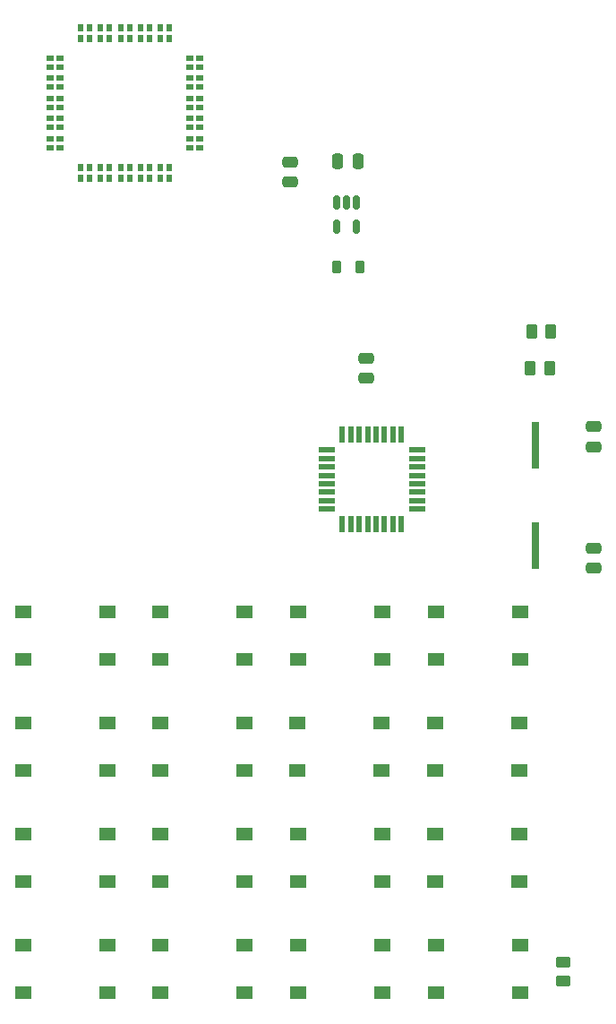
<source format=gtp>
%TF.GenerationSoftware,KiCad,Pcbnew,8.0.0*%
%TF.CreationDate,2024-03-05T15:49:07-06:00*%
%TF.ProjectId,handheld_tracker,68616e64-6865-46c6-945f-747261636b65,rev?*%
%TF.SameCoordinates,Original*%
%TF.FileFunction,Paste,Top*%
%TF.FilePolarity,Positive*%
%FSLAX46Y46*%
G04 Gerber Fmt 4.6, Leading zero omitted, Abs format (unit mm)*
G04 Created by KiCad (PCBNEW 8.0.0) date 2024-03-05 15:49:07*
%MOMM*%
%LPD*%
G01*
G04 APERTURE LIST*
G04 Aperture macros list*
%AMRoundRect*
0 Rectangle with rounded corners*
0 $1 Rounding radius*
0 $2 $3 $4 $5 $6 $7 $8 $9 X,Y pos of 4 corners*
0 Add a 4 corners polygon primitive as box body*
4,1,4,$2,$3,$4,$5,$6,$7,$8,$9,$2,$3,0*
0 Add four circle primitives for the rounded corners*
1,1,$1+$1,$2,$3*
1,1,$1+$1,$4,$5*
1,1,$1+$1,$6,$7*
1,1,$1+$1,$8,$9*
0 Add four rect primitives between the rounded corners*
20,1,$1+$1,$2,$3,$4,$5,0*
20,1,$1+$1,$4,$5,$6,$7,0*
20,1,$1+$1,$6,$7,$8,$9,0*
20,1,$1+$1,$8,$9,$2,$3,0*%
G04 Aperture macros list end*
%ADD10R,1.550000X1.300000*%
%ADD11RoundRect,0.250000X0.250000X0.475000X-0.250000X0.475000X-0.250000X-0.475000X0.250000X-0.475000X0*%
%ADD12R,0.720000X0.580000*%
%ADD13R,0.580000X0.720000*%
%ADD14RoundRect,0.250000X-0.475000X0.250000X-0.475000X-0.250000X0.475000X-0.250000X0.475000X0.250000X0*%
%ADD15R,0.550000X1.600000*%
%ADD16R,1.600000X0.550000*%
%ADD17RoundRect,0.250000X0.475000X-0.250000X0.475000X0.250000X-0.475000X0.250000X-0.475000X-0.250000X0*%
%ADD18RoundRect,0.150000X-0.150000X0.512500X-0.150000X-0.512500X0.150000X-0.512500X0.150000X0.512500X0*%
%ADD19RoundRect,0.250000X-0.262500X-0.450000X0.262500X-0.450000X0.262500X0.450000X-0.262500X0.450000X0*%
%ADD20R,0.762000X4.419600*%
%ADD21RoundRect,0.218750X0.218750X0.381250X-0.218750X0.381250X-0.218750X-0.381250X0.218750X-0.381250X0*%
%ADD22RoundRect,0.250000X-0.450000X0.262500X-0.450000X-0.262500X0.450000X-0.262500X0.450000X0.262500X0*%
G04 APERTURE END LIST*
D10*
%TO.C,SW8*%
X126960000Y-126000000D03*
X134920000Y-126000000D03*
X126960000Y-130500000D03*
X134920000Y-130500000D03*
%TD*%
D11*
%TO.C,C4*%
X145675000Y-62450000D03*
X143775000Y-62450000D03*
%TD*%
D12*
%TO.C,U1*%
X130750000Y-61125000D03*
X130750000Y-60275000D03*
X130750000Y-59225000D03*
X130750000Y-58375000D03*
X130750000Y-57325000D03*
X130750000Y-56475000D03*
X130750000Y-55425000D03*
X130750000Y-54575000D03*
X130750000Y-53525000D03*
X130750000Y-52675000D03*
X129750000Y-61125000D03*
X129750000Y-60275000D03*
X129750000Y-59225000D03*
X129750000Y-58375000D03*
X129750000Y-57325000D03*
X129750000Y-56475000D03*
X129750000Y-55425000D03*
X129750000Y-54575000D03*
X129750000Y-53525000D03*
X129750000Y-52675000D03*
D13*
X127875000Y-64000000D03*
X127875000Y-63000000D03*
X127875000Y-50800000D03*
X127875000Y-49800000D03*
X127025000Y-64000000D03*
X127025000Y-63000000D03*
X127025000Y-50800000D03*
X127025000Y-49800000D03*
X125975000Y-64000000D03*
X125975000Y-63000000D03*
X125975000Y-50800000D03*
X125975000Y-49800000D03*
X125125000Y-64000000D03*
X125125000Y-63000000D03*
X125125000Y-50800000D03*
X125125000Y-49800000D03*
X124075000Y-64000000D03*
X124075000Y-63000000D03*
X124075000Y-50800000D03*
X124075000Y-49800000D03*
X123225000Y-64000000D03*
X123225000Y-63000000D03*
X123225000Y-50800000D03*
X123225000Y-49800000D03*
X122175000Y-64000000D03*
X122175000Y-63000000D03*
X122175000Y-50800000D03*
X122175000Y-49800000D03*
X121325000Y-64000000D03*
X121325000Y-63000000D03*
X121325000Y-50800000D03*
X121325000Y-49800000D03*
X120275000Y-64000000D03*
X120275000Y-63000000D03*
X120275000Y-50800000D03*
X120275000Y-49800000D03*
X119425000Y-64000000D03*
X119425000Y-63000000D03*
X119425000Y-50800000D03*
X119425000Y-49800000D03*
D12*
X117550000Y-61125000D03*
X117550000Y-60275000D03*
X117550000Y-59225000D03*
X117550000Y-58375000D03*
X117550000Y-57325000D03*
X117550000Y-56475000D03*
X117550000Y-55425000D03*
X117550000Y-54575000D03*
X117550000Y-53525000D03*
X117550000Y-52675000D03*
X116550000Y-61125000D03*
X116550000Y-60275000D03*
X116550000Y-59225000D03*
X116550000Y-58375000D03*
X116550000Y-57325000D03*
X116550000Y-56475000D03*
X116550000Y-55425000D03*
X116550000Y-54575000D03*
X116550000Y-53525000D03*
X116550000Y-52675000D03*
%TD*%
D14*
%TO.C,C2*%
X168000000Y-99000000D03*
X168000000Y-100900000D03*
%TD*%
D15*
%TO.C,U3*%
X144200000Y-96750000D03*
X145000000Y-96750000D03*
X145800000Y-96750000D03*
X146600000Y-96750000D03*
X147400000Y-96750000D03*
X148200000Y-96750000D03*
X149000000Y-96750000D03*
X149800000Y-96750000D03*
D16*
X151250000Y-95300000D03*
X151250000Y-94500000D03*
X151250000Y-93700000D03*
X151250000Y-92900000D03*
X151250000Y-92100000D03*
X151250000Y-91300000D03*
X151250000Y-90500000D03*
X151250000Y-89700000D03*
D15*
X149800000Y-88250000D03*
X149000000Y-88250000D03*
X148200000Y-88250000D03*
X147400000Y-88250000D03*
X146600000Y-88250000D03*
X145800000Y-88250000D03*
X145000000Y-88250000D03*
X144200000Y-88250000D03*
D16*
X142750000Y-89700000D03*
X142750000Y-90500000D03*
X142750000Y-91300000D03*
X142750000Y-92100000D03*
X142750000Y-92900000D03*
X142750000Y-93700000D03*
X142750000Y-94500000D03*
X142750000Y-95300000D03*
%TD*%
D10*
%TO.C,SW1*%
X114000000Y-105000000D03*
X121960000Y-105000000D03*
X114000000Y-109500000D03*
X121960000Y-109500000D03*
%TD*%
D17*
%TO.C,C3*%
X167950000Y-89400000D03*
X167950000Y-87500000D03*
%TD*%
D10*
%TO.C,SW_DOT1*%
X114000000Y-136500000D03*
X121960000Y-136500000D03*
X114000000Y-141000000D03*
X121960000Y-141000000D03*
%TD*%
%TO.C,SW3*%
X140000000Y-105000000D03*
X147960000Y-105000000D03*
X140000000Y-109500000D03*
X147960000Y-109500000D03*
%TD*%
D18*
%TO.C,U4*%
X145550000Y-66312500D03*
X144600000Y-66312500D03*
X143650000Y-66312500D03*
X143650000Y-68587500D03*
X145550000Y-68587500D03*
%TD*%
D10*
%TO.C,SW_ENTER1*%
X140000000Y-136500000D03*
X147960000Y-136500000D03*
X140000000Y-141000000D03*
X147960000Y-141000000D03*
%TD*%
D19*
%TO.C,R2*%
X162087500Y-78500000D03*
X163912500Y-78500000D03*
%TD*%
D10*
%TO.C,SW_DOWN1*%
X153020000Y-126000000D03*
X160980000Y-126000000D03*
X153020000Y-130500000D03*
X160980000Y-130500000D03*
%TD*%
%TO.C,SW7*%
X114000000Y-126000000D03*
X121960000Y-126000000D03*
X114000000Y-130500000D03*
X121960000Y-130500000D03*
%TD*%
D14*
%TO.C,C1*%
X146500000Y-81050000D03*
X146500000Y-82950000D03*
%TD*%
D10*
%TO.C,SW9*%
X140000000Y-126000000D03*
X147960000Y-126000000D03*
X140000000Y-130500000D03*
X147960000Y-130500000D03*
%TD*%
%TO.C,SW0*%
X127000000Y-136500000D03*
X134960000Y-136500000D03*
X127000000Y-141000000D03*
X134960000Y-141000000D03*
%TD*%
%TO.C,SW_RESET1*%
X153040000Y-136500000D03*
X161000000Y-136500000D03*
X153040000Y-141000000D03*
X161000000Y-141000000D03*
%TD*%
%TO.C,SW4*%
X114000000Y-115500000D03*
X121960000Y-115500000D03*
X114000000Y-120000000D03*
X121960000Y-120000000D03*
%TD*%
D20*
%TO.C,Y1*%
X162500000Y-89250200D03*
X162500000Y-98749800D03*
%TD*%
D17*
%TO.C,C5*%
X139275000Y-64400000D03*
X139275000Y-62500000D03*
%TD*%
D10*
%TO.C,SW2*%
X127000000Y-105000000D03*
X134960000Y-105000000D03*
X127000000Y-109500000D03*
X134960000Y-109500000D03*
%TD*%
%TO.C,SW6*%
X139960000Y-115500000D03*
X147920000Y-115500000D03*
X139960000Y-120000000D03*
X147920000Y-120000000D03*
%TD*%
D19*
%TO.C,R1*%
X162000000Y-82000000D03*
X163825000Y-82000000D03*
%TD*%
D10*
%TO.C,SW_UP1*%
X153020000Y-115500000D03*
X160980000Y-115500000D03*
X153020000Y-120000000D03*
X160980000Y-120000000D03*
%TD*%
%TO.C,SW_MENU1*%
X153040000Y-105000000D03*
X161000000Y-105000000D03*
X153040000Y-109500000D03*
X161000000Y-109500000D03*
%TD*%
%TO.C,SW5*%
X127000000Y-115500000D03*
X134960000Y-115500000D03*
X127000000Y-120000000D03*
X134960000Y-120000000D03*
%TD*%
D21*
%TO.C,L1*%
X145837500Y-72450000D03*
X143712500Y-72450000D03*
%TD*%
D22*
%TO.C,R3*%
X165087500Y-138087500D03*
X165087500Y-139912500D03*
%TD*%
M02*

</source>
